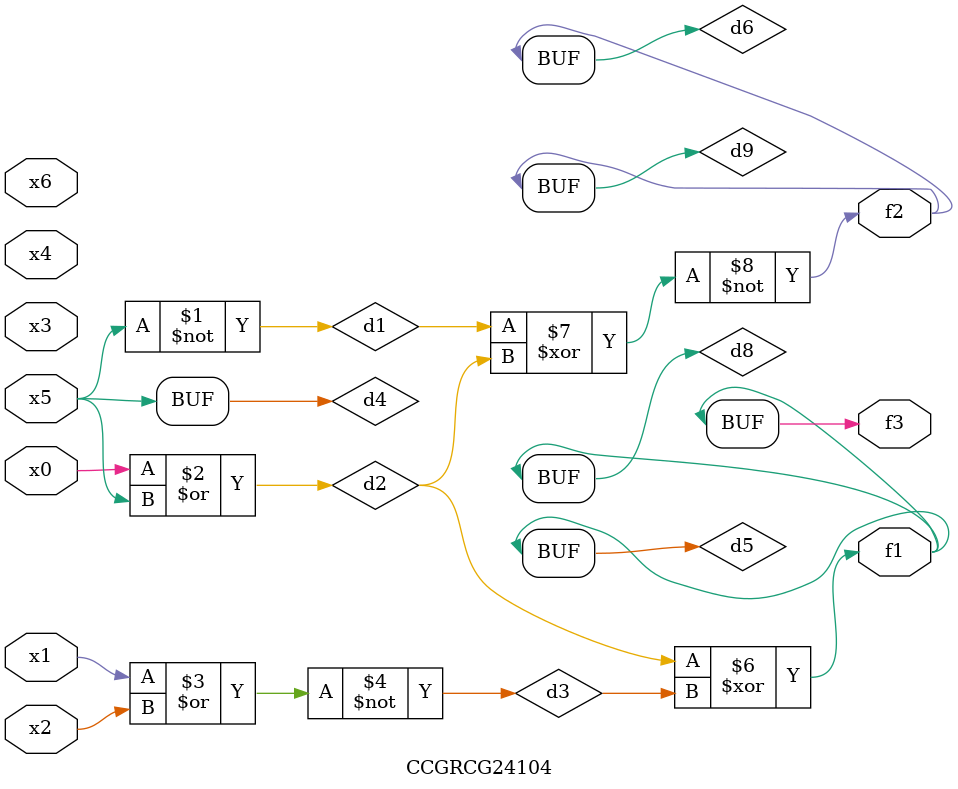
<source format=v>
module CCGRCG24104(
	input x0, x1, x2, x3, x4, x5, x6,
	output f1, f2, f3
);

	wire d1, d2, d3, d4, d5, d6, d7, d8, d9;

	nand (d1, x5);
	or (d2, x0, x5);
	nor (d3, x1, x2);
	xnor (d4, d1);
	xor (d5, d2, d3);
	xnor (d6, d1, d2);
	not (d7, x4);
	buf (d8, d5);
	xor (d9, d6);
	assign f1 = d8;
	assign f2 = d9;
	assign f3 = d8;
endmodule

</source>
